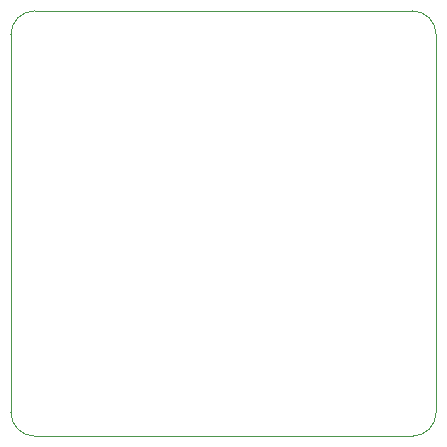
<source format=gbr>
%TF.GenerationSoftware,KiCad,Pcbnew,9.0.1*%
%TF.CreationDate,2026-02-05T11:07:33+03:00*%
%TF.ProjectId,Flybot_FC,466c7962-6f74-45f4-9643-2e6b69636164,rev?*%
%TF.SameCoordinates,Original*%
%TF.FileFunction,Profile,NP*%
%FSLAX46Y46*%
G04 Gerber Fmt 4.6, Leading zero omitted, Abs format (unit mm)*
G04 Created by KiCad (PCBNEW 9.0.1) date 2026-02-05 11:07:33*
%MOMM*%
%LPD*%
G01*
G04 APERTURE LIST*
%TA.AperFunction,Profile*%
%ADD10C,0.050000*%
%TD*%
G04 APERTURE END LIST*
D10*
X150620000Y-115282000D02*
X118620000Y-115282000D01*
X152620000Y-113282000D02*
G75*
G02*
X150620000Y-115282000I-2000000J0D01*
G01*
X118620000Y-79282000D02*
X150620000Y-79282000D01*
X116620000Y-113282000D02*
X116620000Y-81282000D01*
X150620000Y-79282000D02*
G75*
G02*
X152620000Y-81282000I0J-2000000D01*
G01*
X116620000Y-81282000D02*
G75*
G02*
X118620000Y-79282000I2000000J0D01*
G01*
X118620000Y-115282000D02*
G75*
G02*
X116620000Y-113282000I0J2000000D01*
G01*
X152620000Y-81282000D02*
X152620000Y-113282000D01*
M02*

</source>
